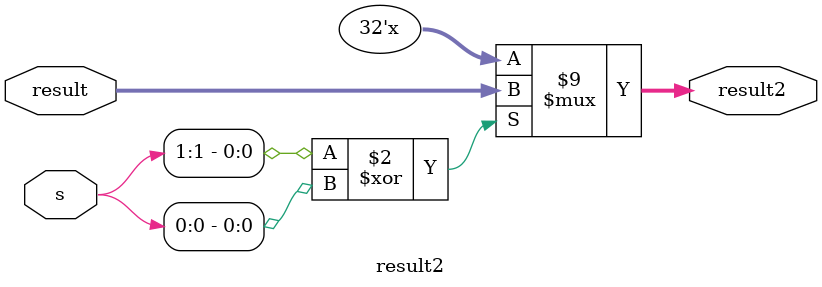
<source format=v>
module result2 #(parameter WIDTH = 32)
                      (output  reg [WIDTH-1:0] result2,
                       input [WIDTH-1:0] result,
                       input [1:0] s);
     
     reg [WIDTH-1:0] temp;

 
     always@(*)
        begin
          if(s[1]^s[0])
          begin
            result2 = result;
            temp <= result2;
          end
          else if(result2==0)
            result2 <= temp;
        end
endmodule

</source>
